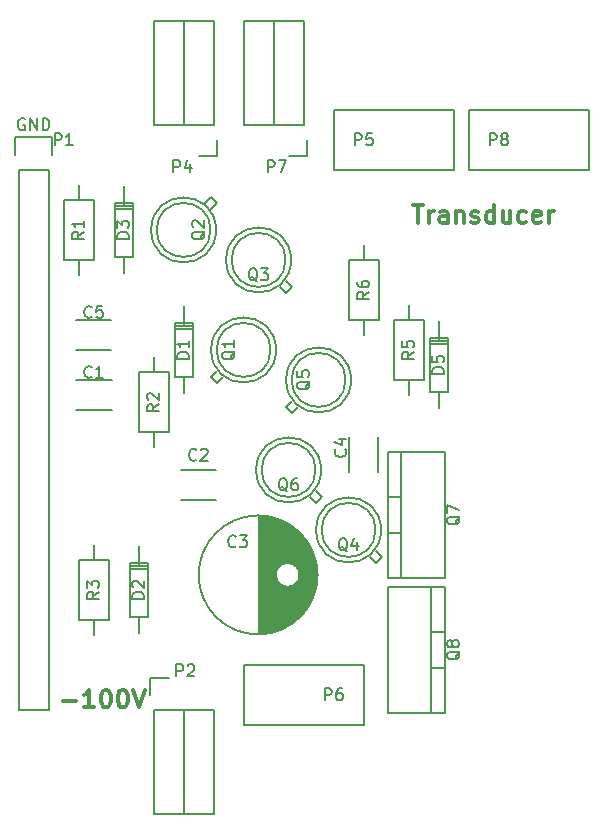
<source format=gto>
G04 #@! TF.FileFunction,Legend,Top*
%FSLAX46Y46*%
G04 Gerber Fmt 4.6, Leading zero omitted, Abs format (unit mm)*
G04 Created by KiCad (PCBNEW 4.0.4+e1-6308~48~ubuntu16.04.1-stable) date Mon Oct 24 15:05:17 2016*
%MOMM*%
%LPD*%
G01*
G04 APERTURE LIST*
%ADD10C,0.100000*%
%ADD11C,0.300000*%
%ADD12C,0.150000*%
G04 APERTURE END LIST*
D10*
D11*
X74045715Y-85538571D02*
X74902858Y-85538571D01*
X74474287Y-87038571D02*
X74474287Y-85538571D01*
X75402858Y-87038571D02*
X75402858Y-86038571D01*
X75402858Y-86324286D02*
X75474286Y-86181429D01*
X75545715Y-86110000D01*
X75688572Y-86038571D01*
X75831429Y-86038571D01*
X76974286Y-87038571D02*
X76974286Y-86252857D01*
X76902857Y-86110000D01*
X76760000Y-86038571D01*
X76474286Y-86038571D01*
X76331429Y-86110000D01*
X76974286Y-86967143D02*
X76831429Y-87038571D01*
X76474286Y-87038571D01*
X76331429Y-86967143D01*
X76260000Y-86824286D01*
X76260000Y-86681429D01*
X76331429Y-86538571D01*
X76474286Y-86467143D01*
X76831429Y-86467143D01*
X76974286Y-86395714D01*
X77688572Y-86038571D02*
X77688572Y-87038571D01*
X77688572Y-86181429D02*
X77760000Y-86110000D01*
X77902858Y-86038571D01*
X78117143Y-86038571D01*
X78260000Y-86110000D01*
X78331429Y-86252857D01*
X78331429Y-87038571D01*
X78974286Y-86967143D02*
X79117143Y-87038571D01*
X79402858Y-87038571D01*
X79545715Y-86967143D01*
X79617143Y-86824286D01*
X79617143Y-86752857D01*
X79545715Y-86610000D01*
X79402858Y-86538571D01*
X79188572Y-86538571D01*
X79045715Y-86467143D01*
X78974286Y-86324286D01*
X78974286Y-86252857D01*
X79045715Y-86110000D01*
X79188572Y-86038571D01*
X79402858Y-86038571D01*
X79545715Y-86110000D01*
X80902858Y-87038571D02*
X80902858Y-85538571D01*
X80902858Y-86967143D02*
X80760001Y-87038571D01*
X80474287Y-87038571D01*
X80331429Y-86967143D01*
X80260001Y-86895714D01*
X80188572Y-86752857D01*
X80188572Y-86324286D01*
X80260001Y-86181429D01*
X80331429Y-86110000D01*
X80474287Y-86038571D01*
X80760001Y-86038571D01*
X80902858Y-86110000D01*
X82260001Y-86038571D02*
X82260001Y-87038571D01*
X81617144Y-86038571D02*
X81617144Y-86824286D01*
X81688572Y-86967143D01*
X81831430Y-87038571D01*
X82045715Y-87038571D01*
X82188572Y-86967143D01*
X82260001Y-86895714D01*
X83617144Y-86967143D02*
X83474287Y-87038571D01*
X83188573Y-87038571D01*
X83045715Y-86967143D01*
X82974287Y-86895714D01*
X82902858Y-86752857D01*
X82902858Y-86324286D01*
X82974287Y-86181429D01*
X83045715Y-86110000D01*
X83188573Y-86038571D01*
X83474287Y-86038571D01*
X83617144Y-86110000D01*
X84831429Y-86967143D02*
X84688572Y-87038571D01*
X84402858Y-87038571D01*
X84260001Y-86967143D01*
X84188572Y-86824286D01*
X84188572Y-86252857D01*
X84260001Y-86110000D01*
X84402858Y-86038571D01*
X84688572Y-86038571D01*
X84831429Y-86110000D01*
X84902858Y-86252857D01*
X84902858Y-86395714D01*
X84188572Y-86538571D01*
X85545715Y-87038571D02*
X85545715Y-86038571D01*
X85545715Y-86324286D02*
X85617143Y-86181429D01*
X85688572Y-86110000D01*
X85831429Y-86038571D01*
X85974286Y-86038571D01*
X44394858Y-127488143D02*
X45537715Y-127488143D01*
X47037715Y-128059571D02*
X46180572Y-128059571D01*
X46609144Y-128059571D02*
X46609144Y-126559571D01*
X46466287Y-126773857D01*
X46323429Y-126916714D01*
X46180572Y-126988143D01*
X47966286Y-126559571D02*
X48109143Y-126559571D01*
X48252000Y-126631000D01*
X48323429Y-126702429D01*
X48394858Y-126845286D01*
X48466286Y-127131000D01*
X48466286Y-127488143D01*
X48394858Y-127773857D01*
X48323429Y-127916714D01*
X48252000Y-127988143D01*
X48109143Y-128059571D01*
X47966286Y-128059571D01*
X47823429Y-127988143D01*
X47752000Y-127916714D01*
X47680572Y-127773857D01*
X47609143Y-127488143D01*
X47609143Y-127131000D01*
X47680572Y-126845286D01*
X47752000Y-126702429D01*
X47823429Y-126631000D01*
X47966286Y-126559571D01*
X49394857Y-126559571D02*
X49537714Y-126559571D01*
X49680571Y-126631000D01*
X49752000Y-126702429D01*
X49823429Y-126845286D01*
X49894857Y-127131000D01*
X49894857Y-127488143D01*
X49823429Y-127773857D01*
X49752000Y-127916714D01*
X49680571Y-127988143D01*
X49537714Y-128059571D01*
X49394857Y-128059571D01*
X49252000Y-127988143D01*
X49180571Y-127916714D01*
X49109143Y-127773857D01*
X49037714Y-127488143D01*
X49037714Y-127131000D01*
X49109143Y-126845286D01*
X49180571Y-126702429D01*
X49252000Y-126631000D01*
X49394857Y-126559571D01*
X50323428Y-126559571D02*
X50823428Y-128059571D01*
X51323428Y-126559571D01*
D12*
X48510000Y-102850000D02*
X45510000Y-102850000D01*
X45510000Y-100350000D02*
X48510000Y-100350000D01*
X54360000Y-107970000D02*
X57360000Y-107970000D01*
X57360000Y-110470000D02*
X54360000Y-110470000D01*
X60995000Y-111841000D02*
X60995000Y-121839000D01*
X61135000Y-111845000D02*
X61135000Y-121835000D01*
X61275000Y-111853000D02*
X61275000Y-121827000D01*
X61415000Y-111865000D02*
X61415000Y-121815000D01*
X61555000Y-111880000D02*
X61555000Y-121800000D01*
X61695000Y-111900000D02*
X61695000Y-121780000D01*
X61835000Y-111924000D02*
X61835000Y-121756000D01*
X61975000Y-111953000D02*
X61975000Y-121727000D01*
X62115000Y-111985000D02*
X62115000Y-121695000D01*
X62255000Y-112022000D02*
X62255000Y-121658000D01*
X62395000Y-112063000D02*
X62395000Y-121617000D01*
X62535000Y-112108000D02*
X62535000Y-116374000D01*
X62535000Y-117306000D02*
X62535000Y-121572000D01*
X62675000Y-112158000D02*
X62675000Y-116173000D01*
X62675000Y-117507000D02*
X62675000Y-121522000D01*
X62815000Y-112213000D02*
X62815000Y-116044000D01*
X62815000Y-117636000D02*
X62815000Y-121467000D01*
X62955000Y-112273000D02*
X62955000Y-115955000D01*
X62955000Y-117725000D02*
X62955000Y-121407000D01*
X63095000Y-112338000D02*
X63095000Y-115894000D01*
X63095000Y-117786000D02*
X63095000Y-121342000D01*
X63235000Y-112408000D02*
X63235000Y-115857000D01*
X63235000Y-117823000D02*
X63235000Y-121272000D01*
X63375000Y-112484000D02*
X63375000Y-115841000D01*
X63375000Y-117839000D02*
X63375000Y-121196000D01*
X63515000Y-112566000D02*
X63515000Y-115845000D01*
X63515000Y-117835000D02*
X63515000Y-121114000D01*
X63655000Y-112654000D02*
X63655000Y-115868000D01*
X63655000Y-117812000D02*
X63655000Y-121026000D01*
X63795000Y-112749000D02*
X63795000Y-115913000D01*
X63795000Y-117767000D02*
X63795000Y-120931000D01*
X63935000Y-112851000D02*
X63935000Y-115983000D01*
X63935000Y-117697000D02*
X63935000Y-120829000D01*
X64075000Y-112961000D02*
X64075000Y-116084000D01*
X64075000Y-117596000D02*
X64075000Y-120719000D01*
X64215000Y-113079000D02*
X64215000Y-116233000D01*
X64215000Y-117447000D02*
X64215000Y-120601000D01*
X64355000Y-113207000D02*
X64355000Y-116485000D01*
X64355000Y-117195000D02*
X64355000Y-120473000D01*
X64495000Y-113344000D02*
X64495000Y-120336000D01*
X64635000Y-113494000D02*
X64635000Y-120186000D01*
X64775000Y-113656000D02*
X64775000Y-120024000D01*
X64915000Y-113833000D02*
X64915000Y-119847000D01*
X65055000Y-114029000D02*
X65055000Y-119651000D01*
X65195000Y-114247000D02*
X65195000Y-119433000D01*
X65335000Y-114493000D02*
X65335000Y-119187000D01*
X65475000Y-114778000D02*
X65475000Y-118902000D01*
X65615000Y-115120000D02*
X65615000Y-118560000D01*
X65755000Y-115566000D02*
X65755000Y-118114000D01*
X65895000Y-116341000D02*
X65895000Y-117339000D01*
X64420000Y-116840000D02*
G75*
G03X64420000Y-116840000I-1000000J0D01*
G01*
X65957500Y-116840000D02*
G75*
G03X65957500Y-116840000I-5037500J0D01*
G01*
X71100000Y-105160000D02*
X71100000Y-108160000D01*
X68600000Y-108160000D02*
X68600000Y-105160000D01*
X45470000Y-95270000D02*
X48470000Y-95270000D01*
X48470000Y-97770000D02*
X45470000Y-97770000D01*
X57150000Y-137100000D02*
X57150000Y-128270000D01*
X54610000Y-137100000D02*
X57150000Y-137100000D01*
X54610000Y-128270000D02*
X54610000Y-137100000D01*
X54610000Y-128270000D02*
X57150000Y-128270000D01*
X52070000Y-128270000D02*
X54610000Y-128270000D01*
X53340000Y-125600000D02*
X51790000Y-125600000D01*
X51790000Y-125600000D02*
X51790000Y-127000000D01*
X52070000Y-128270000D02*
X52070000Y-137100000D01*
X52070000Y-137100000D02*
X54610000Y-137100000D01*
X54610000Y-137100000D02*
X54610000Y-128270000D01*
X52070000Y-69910000D02*
X52070000Y-78740000D01*
X54610000Y-69910000D02*
X52070000Y-69910000D01*
X54610000Y-78740000D02*
X54610000Y-69910000D01*
X54610000Y-78740000D02*
X52070000Y-78740000D01*
X57150000Y-78740000D02*
X54610000Y-78740000D01*
X55880000Y-81410000D02*
X57430000Y-81410000D01*
X57430000Y-81410000D02*
X57430000Y-80010000D01*
X57150000Y-78740000D02*
X57150000Y-69910000D01*
X57150000Y-69910000D02*
X54610000Y-69910000D01*
X54610000Y-69910000D02*
X54610000Y-78740000D01*
X71882000Y-113284000D02*
X73025000Y-113284000D01*
X71882000Y-110236000D02*
X73025000Y-110236000D01*
X73025000Y-106426000D02*
X76708000Y-106426000D01*
X76708000Y-106426000D02*
X76708000Y-117094000D01*
X76708000Y-117094000D02*
X73025000Y-117094000D01*
X71882000Y-106426000D02*
X73025000Y-106426000D01*
X73025000Y-106426000D02*
X73025000Y-117094000D01*
X73025000Y-117094000D02*
X71882000Y-117094000D01*
X71882000Y-111760000D02*
X71882000Y-117094000D01*
X71882000Y-111760000D02*
X71882000Y-106426000D01*
X76708000Y-121666000D02*
X75565000Y-121666000D01*
X76708000Y-124714000D02*
X75565000Y-124714000D01*
X75565000Y-128524000D02*
X71882000Y-128524000D01*
X71882000Y-128524000D02*
X71882000Y-117856000D01*
X71882000Y-117856000D02*
X75565000Y-117856000D01*
X76708000Y-128524000D02*
X75565000Y-128524000D01*
X75565000Y-128524000D02*
X75565000Y-117856000D01*
X75565000Y-117856000D02*
X76708000Y-117856000D01*
X76708000Y-123190000D02*
X76708000Y-117856000D01*
X76708000Y-123190000D02*
X76708000Y-128524000D01*
X59690000Y-69910000D02*
X59690000Y-78740000D01*
X62230000Y-69910000D02*
X59690000Y-69910000D01*
X62230000Y-78740000D02*
X62230000Y-69910000D01*
X62230000Y-78740000D02*
X59690000Y-78740000D01*
X64770000Y-78740000D02*
X62230000Y-78740000D01*
X63500000Y-81410000D02*
X65050000Y-81410000D01*
X65050000Y-81410000D02*
X65050000Y-80010000D01*
X64770000Y-78740000D02*
X64770000Y-69910000D01*
X64770000Y-69910000D02*
X62230000Y-69910000D01*
X62230000Y-69910000D02*
X62230000Y-78740000D01*
X77470000Y-82550000D02*
X67310000Y-82550000D01*
X67310000Y-82550000D02*
X67310000Y-77470000D01*
X67310000Y-77470000D02*
X77470000Y-77470000D01*
X77470000Y-77470000D02*
X77470000Y-82550000D01*
X59690000Y-124460000D02*
X69850000Y-124460000D01*
X69850000Y-124460000D02*
X69850000Y-129540000D01*
X69850000Y-129540000D02*
X59690000Y-129540000D01*
X59690000Y-129540000D02*
X59690000Y-124460000D01*
X88900000Y-82550000D02*
X78740000Y-82550000D01*
X78740000Y-82550000D02*
X78740000Y-77470000D01*
X78740000Y-77470000D02*
X88900000Y-77470000D01*
X88900000Y-77470000D02*
X88900000Y-82550000D01*
X40640000Y-82550000D02*
X40640000Y-128270000D01*
X40640000Y-128270000D02*
X43180000Y-128270000D01*
X43180000Y-128270000D02*
X43180000Y-82550000D01*
X40360000Y-79730000D02*
X40360000Y-81280000D01*
X40640000Y-82550000D02*
X43180000Y-82550000D01*
X43460000Y-81280000D02*
X43460000Y-79730000D01*
X43460000Y-79730000D02*
X40360000Y-79730000D01*
X71120000Y-90170000D02*
X71120000Y-95250000D01*
X71120000Y-95250000D02*
X68580000Y-95250000D01*
X68580000Y-95250000D02*
X68580000Y-90170000D01*
X68580000Y-90170000D02*
X71120000Y-90170000D01*
X69850000Y-90170000D02*
X69850000Y-88900000D01*
X69850000Y-95250000D02*
X69850000Y-96520000D01*
X74930000Y-95250000D02*
X74930000Y-100330000D01*
X74930000Y-100330000D02*
X72390000Y-100330000D01*
X72390000Y-100330000D02*
X72390000Y-95250000D01*
X72390000Y-95250000D02*
X74930000Y-95250000D01*
X73660000Y-95250000D02*
X73660000Y-93980000D01*
X73660000Y-100330000D02*
X73660000Y-101600000D01*
X48260000Y-115570000D02*
X48260000Y-120650000D01*
X48260000Y-120650000D02*
X45720000Y-120650000D01*
X45720000Y-120650000D02*
X45720000Y-115570000D01*
X45720000Y-115570000D02*
X48260000Y-115570000D01*
X46990000Y-115570000D02*
X46990000Y-114300000D01*
X46990000Y-120650000D02*
X46990000Y-121920000D01*
X50800000Y-104775000D02*
X50800000Y-99695000D01*
X50800000Y-99695000D02*
X53340000Y-99695000D01*
X53340000Y-99695000D02*
X53340000Y-104775000D01*
X53340000Y-104775000D02*
X50800000Y-104775000D01*
X52070000Y-104775000D02*
X52070000Y-106045000D01*
X52070000Y-99695000D02*
X52070000Y-98425000D01*
X46990000Y-85090000D02*
X46990000Y-90170000D01*
X46990000Y-90170000D02*
X44450000Y-90170000D01*
X44450000Y-90170000D02*
X44450000Y-85090000D01*
X44450000Y-85090000D02*
X46990000Y-85090000D01*
X45720000Y-85090000D02*
X45720000Y-83820000D01*
X45720000Y-90170000D02*
X45720000Y-91440000D01*
X50802540Y-120396520D02*
X50802540Y-121793520D01*
X50802540Y-115951520D02*
X50802540Y-114427520D01*
X51564540Y-116332520D02*
X50040540Y-116332520D01*
X51564540Y-116078520D02*
X50040540Y-116078520D01*
X50802540Y-115824520D02*
X50040540Y-115824520D01*
X50040540Y-115824520D02*
X50040540Y-120396520D01*
X50040540Y-120396520D02*
X51564540Y-120396520D01*
X51564540Y-120396520D02*
X51564540Y-115824520D01*
X51564540Y-115824520D02*
X50802540Y-115824520D01*
X76202540Y-101346520D02*
X76202540Y-102743520D01*
X76202540Y-96901520D02*
X76202540Y-95377520D01*
X76964540Y-97282520D02*
X75440540Y-97282520D01*
X76964540Y-97028520D02*
X75440540Y-97028520D01*
X76202540Y-96774520D02*
X75440540Y-96774520D01*
X75440540Y-96774520D02*
X75440540Y-101346520D01*
X75440540Y-101346520D02*
X76964540Y-101346520D01*
X76964540Y-101346520D02*
X76964540Y-96774520D01*
X76964540Y-96774520D02*
X76202540Y-96774520D01*
X49532540Y-89916520D02*
X49532540Y-91313520D01*
X49532540Y-85471520D02*
X49532540Y-83947520D01*
X50294540Y-85852520D02*
X48770540Y-85852520D01*
X50294540Y-85598520D02*
X48770540Y-85598520D01*
X49532540Y-85344520D02*
X48770540Y-85344520D01*
X48770540Y-85344520D02*
X48770540Y-89916520D01*
X48770540Y-89916520D02*
X50294540Y-89916520D01*
X50294540Y-89916520D02*
X50294540Y-85344520D01*
X50294540Y-85344520D02*
X49532540Y-85344520D01*
X54612540Y-100076520D02*
X54612540Y-101473520D01*
X54612540Y-95631520D02*
X54612540Y-94107520D01*
X55374540Y-96012520D02*
X53850540Y-96012520D01*
X55374540Y-95758520D02*
X53850540Y-95758520D01*
X54612540Y-95504520D02*
X53850540Y-95504520D01*
X53850540Y-95504520D02*
X53850540Y-100076520D01*
X53850540Y-100076520D02*
X55374540Y-100076520D01*
X55374540Y-100076520D02*
X55374540Y-95504520D01*
X55374540Y-95504520D02*
X54612540Y-95504520D01*
X66294000Y-110236000D02*
X65786000Y-109728000D01*
X65278000Y-110236000D02*
X65786000Y-110744000D01*
X65786000Y-110744000D02*
X66294000Y-110236000D01*
X65786000Y-107950000D02*
G75*
G03X65786000Y-107950000I-2286000J0D01*
G01*
X66250000Y-107950000D02*
G75*
G03X66250000Y-107950000I-2750000J0D01*
G01*
X63754000Y-103124000D02*
X64262000Y-102616000D01*
X63754000Y-102108000D02*
X63246000Y-102616000D01*
X63246000Y-102616000D02*
X63754000Y-103124000D01*
X68326000Y-100330000D02*
G75*
G03X68326000Y-100330000I-2286000J0D01*
G01*
X68790000Y-100330000D02*
G75*
G03X68790000Y-100330000I-2750000J0D01*
G01*
X71374000Y-115316000D02*
X70866000Y-114808000D01*
X70358000Y-115316000D02*
X70866000Y-115824000D01*
X70866000Y-115824000D02*
X71374000Y-115316000D01*
X70866000Y-113030000D02*
G75*
G03X70866000Y-113030000I-2286000J0D01*
G01*
X71330000Y-113030000D02*
G75*
G03X71330000Y-113030000I-2750000J0D01*
G01*
X63754000Y-92456000D02*
X63246000Y-91948000D01*
X62738000Y-92456000D02*
X63246000Y-92964000D01*
X63246000Y-92964000D02*
X63754000Y-92456000D01*
X63246000Y-90170000D02*
G75*
G03X63246000Y-90170000I-2286000J0D01*
G01*
X63710000Y-90170000D02*
G75*
G03X63710000Y-90170000I-2750000J0D01*
G01*
X56896000Y-84836000D02*
X56388000Y-85344000D01*
X56896000Y-85852000D02*
X57404000Y-85344000D01*
X57404000Y-85344000D02*
X56896000Y-84836000D01*
X56896000Y-87630000D02*
G75*
G03X56896000Y-87630000I-2286000J0D01*
G01*
X57360000Y-87630000D02*
G75*
G03X57360000Y-87630000I-2750000J0D01*
G01*
X57404000Y-100584000D02*
X57912000Y-100076000D01*
X57404000Y-99568000D02*
X56896000Y-100076000D01*
X56896000Y-100076000D02*
X57404000Y-100584000D01*
X61976000Y-97790000D02*
G75*
G03X61976000Y-97790000I-2286000J0D01*
G01*
X62440000Y-97790000D02*
G75*
G03X62440000Y-97790000I-2750000J0D01*
G01*
X46823334Y-100052143D02*
X46775715Y-100099762D01*
X46632858Y-100147381D01*
X46537620Y-100147381D01*
X46394762Y-100099762D01*
X46299524Y-100004524D01*
X46251905Y-99909286D01*
X46204286Y-99718810D01*
X46204286Y-99575952D01*
X46251905Y-99385476D01*
X46299524Y-99290238D01*
X46394762Y-99195000D01*
X46537620Y-99147381D01*
X46632858Y-99147381D01*
X46775715Y-99195000D01*
X46823334Y-99242619D01*
X47775715Y-100147381D02*
X47204286Y-100147381D01*
X47490000Y-100147381D02*
X47490000Y-99147381D01*
X47394762Y-99290238D01*
X47299524Y-99385476D01*
X47204286Y-99433095D01*
X55693334Y-107077143D02*
X55645715Y-107124762D01*
X55502858Y-107172381D01*
X55407620Y-107172381D01*
X55264762Y-107124762D01*
X55169524Y-107029524D01*
X55121905Y-106934286D01*
X55074286Y-106743810D01*
X55074286Y-106600952D01*
X55121905Y-106410476D01*
X55169524Y-106315238D01*
X55264762Y-106220000D01*
X55407620Y-106172381D01*
X55502858Y-106172381D01*
X55645715Y-106220000D01*
X55693334Y-106267619D01*
X56074286Y-106267619D02*
X56121905Y-106220000D01*
X56217143Y-106172381D01*
X56455239Y-106172381D01*
X56550477Y-106220000D01*
X56598096Y-106267619D01*
X56645715Y-106362857D01*
X56645715Y-106458095D01*
X56598096Y-106600952D01*
X56026667Y-107172381D01*
X56645715Y-107172381D01*
X59015334Y-114403143D02*
X58967715Y-114450762D01*
X58824858Y-114498381D01*
X58729620Y-114498381D01*
X58586762Y-114450762D01*
X58491524Y-114355524D01*
X58443905Y-114260286D01*
X58396286Y-114069810D01*
X58396286Y-113926952D01*
X58443905Y-113736476D01*
X58491524Y-113641238D01*
X58586762Y-113546000D01*
X58729620Y-113498381D01*
X58824858Y-113498381D01*
X58967715Y-113546000D01*
X59015334Y-113593619D01*
X59348667Y-113498381D02*
X59967715Y-113498381D01*
X59634381Y-113879333D01*
X59777239Y-113879333D01*
X59872477Y-113926952D01*
X59920096Y-113974571D01*
X59967715Y-114069810D01*
X59967715Y-114307905D01*
X59920096Y-114403143D01*
X59872477Y-114450762D01*
X59777239Y-114498381D01*
X59491524Y-114498381D01*
X59396286Y-114450762D01*
X59348667Y-114403143D01*
X68302143Y-106211666D02*
X68349762Y-106259285D01*
X68397381Y-106402142D01*
X68397381Y-106497380D01*
X68349762Y-106640238D01*
X68254524Y-106735476D01*
X68159286Y-106783095D01*
X67968810Y-106830714D01*
X67825952Y-106830714D01*
X67635476Y-106783095D01*
X67540238Y-106735476D01*
X67445000Y-106640238D01*
X67397381Y-106497380D01*
X67397381Y-106402142D01*
X67445000Y-106259285D01*
X67492619Y-106211666D01*
X67730714Y-105354523D02*
X68397381Y-105354523D01*
X67349762Y-105592619D02*
X68064048Y-105830714D01*
X68064048Y-105211666D01*
X46823334Y-94972143D02*
X46775715Y-95019762D01*
X46632858Y-95067381D01*
X46537620Y-95067381D01*
X46394762Y-95019762D01*
X46299524Y-94924524D01*
X46251905Y-94829286D01*
X46204286Y-94638810D01*
X46204286Y-94495952D01*
X46251905Y-94305476D01*
X46299524Y-94210238D01*
X46394762Y-94115000D01*
X46537620Y-94067381D01*
X46632858Y-94067381D01*
X46775715Y-94115000D01*
X46823334Y-94162619D01*
X47728096Y-94067381D02*
X47251905Y-94067381D01*
X47204286Y-94543571D01*
X47251905Y-94495952D01*
X47347143Y-94448333D01*
X47585239Y-94448333D01*
X47680477Y-94495952D01*
X47728096Y-94543571D01*
X47775715Y-94638810D01*
X47775715Y-94876905D01*
X47728096Y-94972143D01*
X47680477Y-95019762D01*
X47585239Y-95067381D01*
X47347143Y-95067381D01*
X47251905Y-95019762D01*
X47204286Y-94972143D01*
X53998905Y-125420381D02*
X53998905Y-124420381D01*
X54379858Y-124420381D01*
X54475096Y-124468000D01*
X54522715Y-124515619D01*
X54570334Y-124610857D01*
X54570334Y-124753714D01*
X54522715Y-124848952D01*
X54475096Y-124896571D01*
X54379858Y-124944190D01*
X53998905Y-124944190D01*
X54951286Y-124515619D02*
X54998905Y-124468000D01*
X55094143Y-124420381D01*
X55332239Y-124420381D01*
X55427477Y-124468000D01*
X55475096Y-124515619D01*
X55522715Y-124610857D01*
X55522715Y-124706095D01*
X55475096Y-124848952D01*
X54903667Y-125420381D01*
X55522715Y-125420381D01*
X53744905Y-82748381D02*
X53744905Y-81748381D01*
X54125858Y-81748381D01*
X54221096Y-81796000D01*
X54268715Y-81843619D01*
X54316334Y-81938857D01*
X54316334Y-82081714D01*
X54268715Y-82176952D01*
X54221096Y-82224571D01*
X54125858Y-82272190D01*
X53744905Y-82272190D01*
X55173477Y-82081714D02*
X55173477Y-82748381D01*
X54935381Y-81700762D02*
X54697286Y-82415048D01*
X55316334Y-82415048D01*
X78017619Y-111855238D02*
X77970000Y-111950476D01*
X77874762Y-112045714D01*
X77731905Y-112188571D01*
X77684286Y-112283810D01*
X77684286Y-112379048D01*
X77922381Y-112331429D02*
X77874762Y-112426667D01*
X77779524Y-112521905D01*
X77589048Y-112569524D01*
X77255714Y-112569524D01*
X77065238Y-112521905D01*
X76970000Y-112426667D01*
X76922381Y-112331429D01*
X76922381Y-112140952D01*
X76970000Y-112045714D01*
X77065238Y-111950476D01*
X77255714Y-111902857D01*
X77589048Y-111902857D01*
X77779524Y-111950476D01*
X77874762Y-112045714D01*
X77922381Y-112140952D01*
X77922381Y-112331429D01*
X76922381Y-111569524D02*
X76922381Y-110902857D01*
X77922381Y-111331429D01*
X78017619Y-123285238D02*
X77970000Y-123380476D01*
X77874762Y-123475714D01*
X77731905Y-123618571D01*
X77684286Y-123713810D01*
X77684286Y-123809048D01*
X77922381Y-123761429D02*
X77874762Y-123856667D01*
X77779524Y-123951905D01*
X77589048Y-123999524D01*
X77255714Y-123999524D01*
X77065238Y-123951905D01*
X76970000Y-123856667D01*
X76922381Y-123761429D01*
X76922381Y-123570952D01*
X76970000Y-123475714D01*
X77065238Y-123380476D01*
X77255714Y-123332857D01*
X77589048Y-123332857D01*
X77779524Y-123380476D01*
X77874762Y-123475714D01*
X77922381Y-123570952D01*
X77922381Y-123761429D01*
X77350952Y-122761429D02*
X77303333Y-122856667D01*
X77255714Y-122904286D01*
X77160476Y-122951905D01*
X77112857Y-122951905D01*
X77017619Y-122904286D01*
X76970000Y-122856667D01*
X76922381Y-122761429D01*
X76922381Y-122570952D01*
X76970000Y-122475714D01*
X77017619Y-122428095D01*
X77112857Y-122380476D01*
X77160476Y-122380476D01*
X77255714Y-122428095D01*
X77303333Y-122475714D01*
X77350952Y-122570952D01*
X77350952Y-122761429D01*
X77398571Y-122856667D01*
X77446190Y-122904286D01*
X77541429Y-122951905D01*
X77731905Y-122951905D01*
X77827143Y-122904286D01*
X77874762Y-122856667D01*
X77922381Y-122761429D01*
X77922381Y-122570952D01*
X77874762Y-122475714D01*
X77827143Y-122428095D01*
X77731905Y-122380476D01*
X77541429Y-122380476D01*
X77446190Y-122428095D01*
X77398571Y-122475714D01*
X77350952Y-122570952D01*
X61745905Y-82748381D02*
X61745905Y-81748381D01*
X62126858Y-81748381D01*
X62222096Y-81796000D01*
X62269715Y-81843619D01*
X62317334Y-81938857D01*
X62317334Y-82081714D01*
X62269715Y-82176952D01*
X62222096Y-82224571D01*
X62126858Y-82272190D01*
X61745905Y-82272190D01*
X62650667Y-81748381D02*
X63317334Y-81748381D01*
X62888762Y-82748381D01*
X69111905Y-80462381D02*
X69111905Y-79462381D01*
X69492858Y-79462381D01*
X69588096Y-79510000D01*
X69635715Y-79557619D01*
X69683334Y-79652857D01*
X69683334Y-79795714D01*
X69635715Y-79890952D01*
X69588096Y-79938571D01*
X69492858Y-79986190D01*
X69111905Y-79986190D01*
X70588096Y-79462381D02*
X70111905Y-79462381D01*
X70064286Y-79938571D01*
X70111905Y-79890952D01*
X70207143Y-79843333D01*
X70445239Y-79843333D01*
X70540477Y-79890952D01*
X70588096Y-79938571D01*
X70635715Y-80033810D01*
X70635715Y-80271905D01*
X70588096Y-80367143D01*
X70540477Y-80414762D01*
X70445239Y-80462381D01*
X70207143Y-80462381D01*
X70111905Y-80414762D01*
X70064286Y-80367143D01*
X66571905Y-127452381D02*
X66571905Y-126452381D01*
X66952858Y-126452381D01*
X67048096Y-126500000D01*
X67095715Y-126547619D01*
X67143334Y-126642857D01*
X67143334Y-126785714D01*
X67095715Y-126880952D01*
X67048096Y-126928571D01*
X66952858Y-126976190D01*
X66571905Y-126976190D01*
X68000477Y-126452381D02*
X67810000Y-126452381D01*
X67714762Y-126500000D01*
X67667143Y-126547619D01*
X67571905Y-126690476D01*
X67524286Y-126880952D01*
X67524286Y-127261905D01*
X67571905Y-127357143D01*
X67619524Y-127404762D01*
X67714762Y-127452381D01*
X67905239Y-127452381D01*
X68000477Y-127404762D01*
X68048096Y-127357143D01*
X68095715Y-127261905D01*
X68095715Y-127023810D01*
X68048096Y-126928571D01*
X68000477Y-126880952D01*
X67905239Y-126833333D01*
X67714762Y-126833333D01*
X67619524Y-126880952D01*
X67571905Y-126928571D01*
X67524286Y-127023810D01*
X80541905Y-80462381D02*
X80541905Y-79462381D01*
X80922858Y-79462381D01*
X81018096Y-79510000D01*
X81065715Y-79557619D01*
X81113334Y-79652857D01*
X81113334Y-79795714D01*
X81065715Y-79890952D01*
X81018096Y-79938571D01*
X80922858Y-79986190D01*
X80541905Y-79986190D01*
X81684762Y-79890952D02*
X81589524Y-79843333D01*
X81541905Y-79795714D01*
X81494286Y-79700476D01*
X81494286Y-79652857D01*
X81541905Y-79557619D01*
X81589524Y-79510000D01*
X81684762Y-79462381D01*
X81875239Y-79462381D01*
X81970477Y-79510000D01*
X82018096Y-79557619D01*
X82065715Y-79652857D01*
X82065715Y-79700476D01*
X82018096Y-79795714D01*
X81970477Y-79843333D01*
X81875239Y-79890952D01*
X81684762Y-79890952D01*
X81589524Y-79938571D01*
X81541905Y-79986190D01*
X81494286Y-80081429D01*
X81494286Y-80271905D01*
X81541905Y-80367143D01*
X81589524Y-80414762D01*
X81684762Y-80462381D01*
X81875239Y-80462381D01*
X81970477Y-80414762D01*
X82018096Y-80367143D01*
X82065715Y-80271905D01*
X82065715Y-80081429D01*
X82018096Y-79986190D01*
X81970477Y-79938571D01*
X81875239Y-79890952D01*
X43711905Y-80462381D02*
X43711905Y-79462381D01*
X44092858Y-79462381D01*
X44188096Y-79510000D01*
X44235715Y-79557619D01*
X44283334Y-79652857D01*
X44283334Y-79795714D01*
X44235715Y-79890952D01*
X44188096Y-79938571D01*
X44092858Y-79986190D01*
X43711905Y-79986190D01*
X45235715Y-80462381D02*
X44664286Y-80462381D01*
X44950000Y-80462381D02*
X44950000Y-79462381D01*
X44854762Y-79605238D01*
X44759524Y-79700476D01*
X44664286Y-79748095D01*
X41148096Y-78240000D02*
X41052858Y-78192381D01*
X40910001Y-78192381D01*
X40767143Y-78240000D01*
X40671905Y-78335238D01*
X40624286Y-78430476D01*
X40576667Y-78620952D01*
X40576667Y-78763810D01*
X40624286Y-78954286D01*
X40671905Y-79049524D01*
X40767143Y-79144762D01*
X40910001Y-79192381D01*
X41005239Y-79192381D01*
X41148096Y-79144762D01*
X41195715Y-79097143D01*
X41195715Y-78763810D01*
X41005239Y-78763810D01*
X41624286Y-79192381D02*
X41624286Y-78192381D01*
X42195715Y-79192381D01*
X42195715Y-78192381D01*
X42671905Y-79192381D02*
X42671905Y-78192381D01*
X42910000Y-78192381D01*
X43052858Y-78240000D01*
X43148096Y-78335238D01*
X43195715Y-78430476D01*
X43243334Y-78620952D01*
X43243334Y-78763810D01*
X43195715Y-78954286D01*
X43148096Y-79049524D01*
X43052858Y-79144762D01*
X42910000Y-79192381D01*
X42671905Y-79192381D01*
X70302381Y-92876666D02*
X69826190Y-93210000D01*
X70302381Y-93448095D02*
X69302381Y-93448095D01*
X69302381Y-93067142D01*
X69350000Y-92971904D01*
X69397619Y-92924285D01*
X69492857Y-92876666D01*
X69635714Y-92876666D01*
X69730952Y-92924285D01*
X69778571Y-92971904D01*
X69826190Y-93067142D01*
X69826190Y-93448095D01*
X69302381Y-92019523D02*
X69302381Y-92210000D01*
X69350000Y-92305238D01*
X69397619Y-92352857D01*
X69540476Y-92448095D01*
X69730952Y-92495714D01*
X70111905Y-92495714D01*
X70207143Y-92448095D01*
X70254762Y-92400476D01*
X70302381Y-92305238D01*
X70302381Y-92114761D01*
X70254762Y-92019523D01*
X70207143Y-91971904D01*
X70111905Y-91924285D01*
X69873810Y-91924285D01*
X69778571Y-91971904D01*
X69730952Y-92019523D01*
X69683333Y-92114761D01*
X69683333Y-92305238D01*
X69730952Y-92400476D01*
X69778571Y-92448095D01*
X69873810Y-92495714D01*
X74112381Y-97956666D02*
X73636190Y-98290000D01*
X74112381Y-98528095D02*
X73112381Y-98528095D01*
X73112381Y-98147142D01*
X73160000Y-98051904D01*
X73207619Y-98004285D01*
X73302857Y-97956666D01*
X73445714Y-97956666D01*
X73540952Y-98004285D01*
X73588571Y-98051904D01*
X73636190Y-98147142D01*
X73636190Y-98528095D01*
X73112381Y-97051904D02*
X73112381Y-97528095D01*
X73588571Y-97575714D01*
X73540952Y-97528095D01*
X73493333Y-97432857D01*
X73493333Y-97194761D01*
X73540952Y-97099523D01*
X73588571Y-97051904D01*
X73683810Y-97004285D01*
X73921905Y-97004285D01*
X74017143Y-97051904D01*
X74064762Y-97099523D01*
X74112381Y-97194761D01*
X74112381Y-97432857D01*
X74064762Y-97528095D01*
X74017143Y-97575714D01*
X47442381Y-118276666D02*
X46966190Y-118610000D01*
X47442381Y-118848095D02*
X46442381Y-118848095D01*
X46442381Y-118467142D01*
X46490000Y-118371904D01*
X46537619Y-118324285D01*
X46632857Y-118276666D01*
X46775714Y-118276666D01*
X46870952Y-118324285D01*
X46918571Y-118371904D01*
X46966190Y-118467142D01*
X46966190Y-118848095D01*
X46442381Y-117943333D02*
X46442381Y-117324285D01*
X46823333Y-117657619D01*
X46823333Y-117514761D01*
X46870952Y-117419523D01*
X46918571Y-117371904D01*
X47013810Y-117324285D01*
X47251905Y-117324285D01*
X47347143Y-117371904D01*
X47394762Y-117419523D01*
X47442381Y-117514761D01*
X47442381Y-117800476D01*
X47394762Y-117895714D01*
X47347143Y-117943333D01*
X52522381Y-102401666D02*
X52046190Y-102735000D01*
X52522381Y-102973095D02*
X51522381Y-102973095D01*
X51522381Y-102592142D01*
X51570000Y-102496904D01*
X51617619Y-102449285D01*
X51712857Y-102401666D01*
X51855714Y-102401666D01*
X51950952Y-102449285D01*
X51998571Y-102496904D01*
X52046190Y-102592142D01*
X52046190Y-102973095D01*
X51617619Y-102020714D02*
X51570000Y-101973095D01*
X51522381Y-101877857D01*
X51522381Y-101639761D01*
X51570000Y-101544523D01*
X51617619Y-101496904D01*
X51712857Y-101449285D01*
X51808095Y-101449285D01*
X51950952Y-101496904D01*
X52522381Y-102068333D01*
X52522381Y-101449285D01*
X46172381Y-87796666D02*
X45696190Y-88130000D01*
X46172381Y-88368095D02*
X45172381Y-88368095D01*
X45172381Y-87987142D01*
X45220000Y-87891904D01*
X45267619Y-87844285D01*
X45362857Y-87796666D01*
X45505714Y-87796666D01*
X45600952Y-87844285D01*
X45648571Y-87891904D01*
X45696190Y-87987142D01*
X45696190Y-88368095D01*
X46172381Y-86844285D02*
X46172381Y-87415714D01*
X46172381Y-87130000D02*
X45172381Y-87130000D01*
X45315238Y-87225238D01*
X45410476Y-87320476D01*
X45458095Y-87415714D01*
X51252381Y-118848095D02*
X50252381Y-118848095D01*
X50252381Y-118610000D01*
X50300000Y-118467142D01*
X50395238Y-118371904D01*
X50490476Y-118324285D01*
X50680952Y-118276666D01*
X50823810Y-118276666D01*
X51014286Y-118324285D01*
X51109524Y-118371904D01*
X51204762Y-118467142D01*
X51252381Y-118610000D01*
X51252381Y-118848095D01*
X50347619Y-117895714D02*
X50300000Y-117848095D01*
X50252381Y-117752857D01*
X50252381Y-117514761D01*
X50300000Y-117419523D01*
X50347619Y-117371904D01*
X50442857Y-117324285D01*
X50538095Y-117324285D01*
X50680952Y-117371904D01*
X51252381Y-117943333D01*
X51252381Y-117324285D01*
X76652381Y-99798095D02*
X75652381Y-99798095D01*
X75652381Y-99560000D01*
X75700000Y-99417142D01*
X75795238Y-99321904D01*
X75890476Y-99274285D01*
X76080952Y-99226666D01*
X76223810Y-99226666D01*
X76414286Y-99274285D01*
X76509524Y-99321904D01*
X76604762Y-99417142D01*
X76652381Y-99560000D01*
X76652381Y-99798095D01*
X75652381Y-98321904D02*
X75652381Y-98798095D01*
X76128571Y-98845714D01*
X76080952Y-98798095D01*
X76033333Y-98702857D01*
X76033333Y-98464761D01*
X76080952Y-98369523D01*
X76128571Y-98321904D01*
X76223810Y-98274285D01*
X76461905Y-98274285D01*
X76557143Y-98321904D01*
X76604762Y-98369523D01*
X76652381Y-98464761D01*
X76652381Y-98702857D01*
X76604762Y-98798095D01*
X76557143Y-98845714D01*
X49982381Y-88368095D02*
X48982381Y-88368095D01*
X48982381Y-88130000D01*
X49030000Y-87987142D01*
X49125238Y-87891904D01*
X49220476Y-87844285D01*
X49410952Y-87796666D01*
X49553810Y-87796666D01*
X49744286Y-87844285D01*
X49839524Y-87891904D01*
X49934762Y-87987142D01*
X49982381Y-88130000D01*
X49982381Y-88368095D01*
X48982381Y-87463333D02*
X48982381Y-86844285D01*
X49363333Y-87177619D01*
X49363333Y-87034761D01*
X49410952Y-86939523D01*
X49458571Y-86891904D01*
X49553810Y-86844285D01*
X49791905Y-86844285D01*
X49887143Y-86891904D01*
X49934762Y-86939523D01*
X49982381Y-87034761D01*
X49982381Y-87320476D01*
X49934762Y-87415714D01*
X49887143Y-87463333D01*
X55062381Y-98528095D02*
X54062381Y-98528095D01*
X54062381Y-98290000D01*
X54110000Y-98147142D01*
X54205238Y-98051904D01*
X54300476Y-98004285D01*
X54490952Y-97956666D01*
X54633810Y-97956666D01*
X54824286Y-98004285D01*
X54919524Y-98051904D01*
X55014762Y-98147142D01*
X55062381Y-98290000D01*
X55062381Y-98528095D01*
X55062381Y-97004285D02*
X55062381Y-97575714D01*
X55062381Y-97290000D02*
X54062381Y-97290000D01*
X54205238Y-97385238D01*
X54300476Y-97480476D01*
X54348095Y-97575714D01*
X63404762Y-109767619D02*
X63309524Y-109720000D01*
X63214286Y-109624762D01*
X63071429Y-109481905D01*
X62976190Y-109434286D01*
X62880952Y-109434286D01*
X62928571Y-109672381D02*
X62833333Y-109624762D01*
X62738095Y-109529524D01*
X62690476Y-109339048D01*
X62690476Y-109005714D01*
X62738095Y-108815238D01*
X62833333Y-108720000D01*
X62928571Y-108672381D01*
X63119048Y-108672381D01*
X63214286Y-108720000D01*
X63309524Y-108815238D01*
X63357143Y-109005714D01*
X63357143Y-109339048D01*
X63309524Y-109529524D01*
X63214286Y-109624762D01*
X63119048Y-109672381D01*
X62928571Y-109672381D01*
X64214286Y-108672381D02*
X64023809Y-108672381D01*
X63928571Y-108720000D01*
X63880952Y-108767619D01*
X63785714Y-108910476D01*
X63738095Y-109100952D01*
X63738095Y-109481905D01*
X63785714Y-109577143D01*
X63833333Y-109624762D01*
X63928571Y-109672381D01*
X64119048Y-109672381D01*
X64214286Y-109624762D01*
X64261905Y-109577143D01*
X64309524Y-109481905D01*
X64309524Y-109243810D01*
X64261905Y-109148571D01*
X64214286Y-109100952D01*
X64119048Y-109053333D01*
X63928571Y-109053333D01*
X63833333Y-109100952D01*
X63785714Y-109148571D01*
X63738095Y-109243810D01*
X65317619Y-100425238D02*
X65270000Y-100520476D01*
X65174762Y-100615714D01*
X65031905Y-100758571D01*
X64984286Y-100853810D01*
X64984286Y-100949048D01*
X65222381Y-100901429D02*
X65174762Y-100996667D01*
X65079524Y-101091905D01*
X64889048Y-101139524D01*
X64555714Y-101139524D01*
X64365238Y-101091905D01*
X64270000Y-100996667D01*
X64222381Y-100901429D01*
X64222381Y-100710952D01*
X64270000Y-100615714D01*
X64365238Y-100520476D01*
X64555714Y-100472857D01*
X64889048Y-100472857D01*
X65079524Y-100520476D01*
X65174762Y-100615714D01*
X65222381Y-100710952D01*
X65222381Y-100901429D01*
X64222381Y-99568095D02*
X64222381Y-100044286D01*
X64698571Y-100091905D01*
X64650952Y-100044286D01*
X64603333Y-99949048D01*
X64603333Y-99710952D01*
X64650952Y-99615714D01*
X64698571Y-99568095D01*
X64793810Y-99520476D01*
X65031905Y-99520476D01*
X65127143Y-99568095D01*
X65174762Y-99615714D01*
X65222381Y-99710952D01*
X65222381Y-99949048D01*
X65174762Y-100044286D01*
X65127143Y-100091905D01*
X68484762Y-114847619D02*
X68389524Y-114800000D01*
X68294286Y-114704762D01*
X68151429Y-114561905D01*
X68056190Y-114514286D01*
X67960952Y-114514286D01*
X68008571Y-114752381D02*
X67913333Y-114704762D01*
X67818095Y-114609524D01*
X67770476Y-114419048D01*
X67770476Y-114085714D01*
X67818095Y-113895238D01*
X67913333Y-113800000D01*
X68008571Y-113752381D01*
X68199048Y-113752381D01*
X68294286Y-113800000D01*
X68389524Y-113895238D01*
X68437143Y-114085714D01*
X68437143Y-114419048D01*
X68389524Y-114609524D01*
X68294286Y-114704762D01*
X68199048Y-114752381D01*
X68008571Y-114752381D01*
X69294286Y-114085714D02*
X69294286Y-114752381D01*
X69056190Y-113704762D02*
X68818095Y-114419048D01*
X69437143Y-114419048D01*
X60864762Y-91987619D02*
X60769524Y-91940000D01*
X60674286Y-91844762D01*
X60531429Y-91701905D01*
X60436190Y-91654286D01*
X60340952Y-91654286D01*
X60388571Y-91892381D02*
X60293333Y-91844762D01*
X60198095Y-91749524D01*
X60150476Y-91559048D01*
X60150476Y-91225714D01*
X60198095Y-91035238D01*
X60293333Y-90940000D01*
X60388571Y-90892381D01*
X60579048Y-90892381D01*
X60674286Y-90940000D01*
X60769524Y-91035238D01*
X60817143Y-91225714D01*
X60817143Y-91559048D01*
X60769524Y-91749524D01*
X60674286Y-91844762D01*
X60579048Y-91892381D01*
X60388571Y-91892381D01*
X61150476Y-90892381D02*
X61769524Y-90892381D01*
X61436190Y-91273333D01*
X61579048Y-91273333D01*
X61674286Y-91320952D01*
X61721905Y-91368571D01*
X61769524Y-91463810D01*
X61769524Y-91701905D01*
X61721905Y-91797143D01*
X61674286Y-91844762D01*
X61579048Y-91892381D01*
X61293333Y-91892381D01*
X61198095Y-91844762D01*
X61150476Y-91797143D01*
X56427619Y-87725238D02*
X56380000Y-87820476D01*
X56284762Y-87915714D01*
X56141905Y-88058571D01*
X56094286Y-88153810D01*
X56094286Y-88249048D01*
X56332381Y-88201429D02*
X56284762Y-88296667D01*
X56189524Y-88391905D01*
X55999048Y-88439524D01*
X55665714Y-88439524D01*
X55475238Y-88391905D01*
X55380000Y-88296667D01*
X55332381Y-88201429D01*
X55332381Y-88010952D01*
X55380000Y-87915714D01*
X55475238Y-87820476D01*
X55665714Y-87772857D01*
X55999048Y-87772857D01*
X56189524Y-87820476D01*
X56284762Y-87915714D01*
X56332381Y-88010952D01*
X56332381Y-88201429D01*
X55427619Y-87391905D02*
X55380000Y-87344286D01*
X55332381Y-87249048D01*
X55332381Y-87010952D01*
X55380000Y-86915714D01*
X55427619Y-86868095D01*
X55522857Y-86820476D01*
X55618095Y-86820476D01*
X55760952Y-86868095D01*
X56332381Y-87439524D01*
X56332381Y-86820476D01*
X58967619Y-97885238D02*
X58920000Y-97980476D01*
X58824762Y-98075714D01*
X58681905Y-98218571D01*
X58634286Y-98313810D01*
X58634286Y-98409048D01*
X58872381Y-98361429D02*
X58824762Y-98456667D01*
X58729524Y-98551905D01*
X58539048Y-98599524D01*
X58205714Y-98599524D01*
X58015238Y-98551905D01*
X57920000Y-98456667D01*
X57872381Y-98361429D01*
X57872381Y-98170952D01*
X57920000Y-98075714D01*
X58015238Y-97980476D01*
X58205714Y-97932857D01*
X58539048Y-97932857D01*
X58729524Y-97980476D01*
X58824762Y-98075714D01*
X58872381Y-98170952D01*
X58872381Y-98361429D01*
X58872381Y-96980476D02*
X58872381Y-97551905D01*
X58872381Y-97266191D02*
X57872381Y-97266191D01*
X58015238Y-97361429D01*
X58110476Y-97456667D01*
X58158095Y-97551905D01*
M02*

</source>
